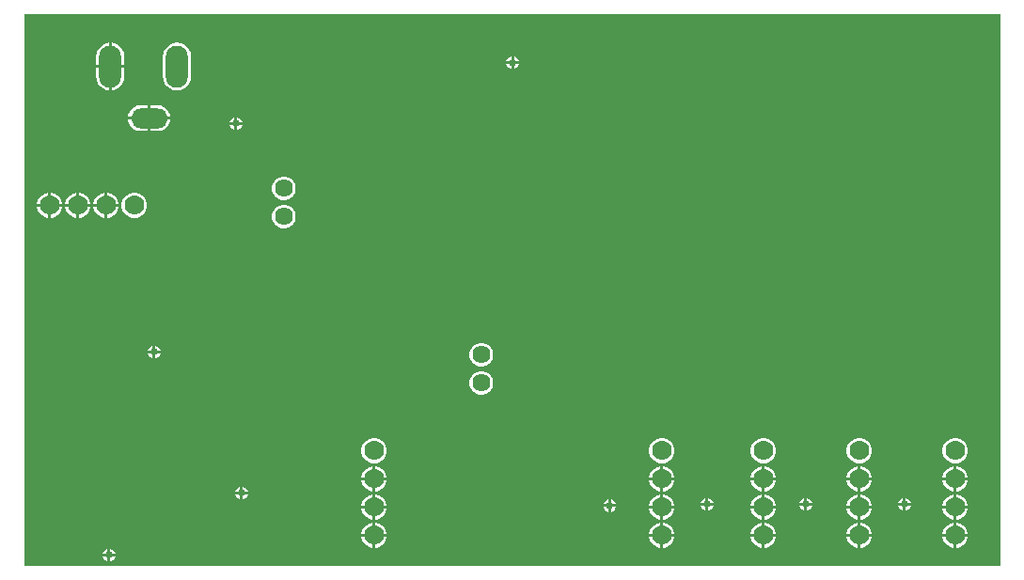
<source format=gbl>
G04*
G04 #@! TF.GenerationSoftware,Altium Limited,Altium Designer,24.1.2 (44)*
G04*
G04 Layer_Physical_Order=2*
G04 Layer_Color=16711680*
%FSLAX44Y44*%
%MOMM*%
G71*
G04*
G04 #@! TF.SameCoordinates,18497732-E450-413E-AE6D-1912215BE0D1*
G04*
G04*
G04 #@! TF.FilePolarity,Positive*
G04*
G01*
G75*
%ADD31O,3.3000X1.8000*%
%ADD32O,2.0000X3.8000*%
%ADD33C,1.6200*%
%ADD34C,1.7780*%
%ADD35C,0.6350*%
G36*
X883820Y5179D02*
X5179D01*
Y502821D01*
X883820D01*
Y5179D01*
D02*
G37*
%LPC*%
G36*
X446064Y464460D02*
Y460070D01*
X450454D01*
X449639Y462037D01*
X448031Y463645D01*
X446064Y464460D01*
D02*
G37*
G36*
X443524D02*
X441557Y463645D01*
X439949Y462037D01*
X439134Y460070D01*
X443524D01*
Y464460D01*
D02*
G37*
G36*
X83764Y476739D02*
Y456528D01*
X95142D01*
Y464258D01*
X94711Y467532D01*
X93448Y470582D01*
X91438Y473202D01*
X88818Y475212D01*
X85768Y476475D01*
X83764Y476739D01*
D02*
G37*
G36*
X81224D02*
X79220Y476475D01*
X76170Y475212D01*
X73550Y473202D01*
X71540Y470582D01*
X70277Y467532D01*
X69846Y464258D01*
Y456528D01*
X81224D01*
Y476739D01*
D02*
G37*
G36*
X450454Y457530D02*
X446064D01*
Y453140D01*
X448031Y453955D01*
X449639Y455563D01*
X450454Y457530D01*
D02*
G37*
G36*
X443524D02*
X439134D01*
X439949Y455563D01*
X441557Y453955D01*
X443524Y453140D01*
Y457530D01*
D02*
G37*
G36*
X95142Y453988D02*
X83764D01*
Y433777D01*
X85768Y434041D01*
X88818Y435304D01*
X91438Y437314D01*
X93448Y439934D01*
X94711Y442985D01*
X95142Y446258D01*
Y453988D01*
D02*
G37*
G36*
X81224D02*
X69846D01*
Y446258D01*
X70277Y442985D01*
X71540Y439934D01*
X73550Y437314D01*
X76170Y435304D01*
X79220Y434041D01*
X81224Y433777D01*
Y453988D01*
D02*
G37*
G36*
X142494Y476906D02*
X139220Y476475D01*
X136170Y475212D01*
X133550Y473202D01*
X131540Y470582D01*
X130277Y467532D01*
X129846Y464258D01*
Y446258D01*
X130277Y442985D01*
X131540Y439934D01*
X133550Y437314D01*
X136170Y435304D01*
X139220Y434041D01*
X142494Y433610D01*
X145768Y434041D01*
X148818Y435304D01*
X151438Y437314D01*
X153448Y439934D01*
X154711Y442985D01*
X155142Y446258D01*
Y464258D01*
X154711Y467532D01*
X153448Y470582D01*
X151438Y473202D01*
X148818Y475212D01*
X145768Y476475D01*
X142494Y476906D01*
D02*
G37*
G36*
X124994Y420398D02*
X118764D01*
Y410028D01*
X136466D01*
X136237Y411771D01*
X135074Y414578D01*
X133224Y416988D01*
X130814Y418838D01*
X128007Y420001D01*
X124994Y420398D01*
D02*
G37*
G36*
X116224D02*
X109994D01*
X106981Y420001D01*
X104174Y418838D01*
X101764Y416988D01*
X99914Y414578D01*
X98751Y411771D01*
X98522Y410028D01*
X116224D01*
Y420398D01*
D02*
G37*
G36*
X196850Y409520D02*
Y405130D01*
X201240D01*
X200425Y407097D01*
X198817Y408705D01*
X196850Y409520D01*
D02*
G37*
G36*
X194310D02*
X192343Y408705D01*
X190735Y407097D01*
X189920Y405130D01*
X194310D01*
Y409520D01*
D02*
G37*
G36*
X201240Y402590D02*
X196850D01*
Y398200D01*
X198817Y399015D01*
X200425Y400623D01*
X201240Y402590D01*
D02*
G37*
G36*
X194310D02*
X189920D01*
X190735Y400623D01*
X192343Y399015D01*
X194310Y398200D01*
Y402590D01*
D02*
G37*
G36*
X136466Y407488D02*
X118764D01*
Y397119D01*
X124994D01*
X128007Y397515D01*
X130814Y398678D01*
X133224Y400528D01*
X135074Y402938D01*
X136237Y405746D01*
X136466Y407488D01*
D02*
G37*
G36*
X116224D02*
X98522D01*
X98751Y405746D01*
X99914Y402938D01*
X101764Y400528D01*
X104174Y398678D01*
X106981Y397515D01*
X109994Y397119D01*
X116224D01*
Y407488D01*
D02*
G37*
G36*
X240161Y356080D02*
X237359D01*
X234653Y355355D01*
X232227Y353954D01*
X230246Y351973D01*
X228845Y349547D01*
X228120Y346841D01*
Y344039D01*
X228845Y341333D01*
X230246Y338907D01*
X232227Y336926D01*
X234653Y335525D01*
X237359Y334800D01*
X240161D01*
X242867Y335525D01*
X245293Y336926D01*
X247274Y338907D01*
X248675Y341333D01*
X249400Y344039D01*
Y346841D01*
X248675Y349547D01*
X247274Y351973D01*
X245293Y353954D01*
X242867Y355355D01*
X240161Y356080D01*
D02*
G37*
G36*
X29445Y341630D02*
X29210D01*
Y331470D01*
X39370D01*
Y331705D01*
X38591Y334612D01*
X37086Y337218D01*
X34958Y339346D01*
X32352Y340851D01*
X29445Y341630D01*
D02*
G37*
G36*
X54845D02*
X54610D01*
Y331470D01*
X64770D01*
Y331705D01*
X63991Y334612D01*
X62486Y337218D01*
X60358Y339346D01*
X57752Y340851D01*
X54845Y341630D01*
D02*
G37*
G36*
X80245D02*
X80010D01*
Y331470D01*
X90170D01*
Y331705D01*
X89391Y334612D01*
X87886Y337218D01*
X85758Y339346D01*
X83152Y340851D01*
X80245Y341630D01*
D02*
G37*
G36*
X26670D02*
X26435D01*
X23528Y340851D01*
X20922Y339346D01*
X18794Y337218D01*
X17289Y334612D01*
X16510Y331705D01*
Y331470D01*
X26670D01*
Y341630D01*
D02*
G37*
G36*
X52070D02*
X51835D01*
X48928Y340851D01*
X46322Y339346D01*
X44194Y337218D01*
X42689Y334612D01*
X41910Y331705D01*
Y331470D01*
X52070D01*
Y341630D01*
D02*
G37*
G36*
X77470D02*
X77235D01*
X74328Y340851D01*
X71722Y339346D01*
X69594Y337218D01*
X68089Y334612D01*
X67310Y331705D01*
Y331470D01*
X77470D01*
Y341630D01*
D02*
G37*
G36*
X105645D02*
X102635D01*
X99728Y340851D01*
X97122Y339346D01*
X94994Y337218D01*
X93489Y334612D01*
X92710Y331705D01*
Y328695D01*
X93489Y325788D01*
X94994Y323182D01*
X97122Y321054D01*
X99728Y319549D01*
X102635Y318770D01*
X105645D01*
X108552Y319549D01*
X111158Y321054D01*
X113286Y323182D01*
X114791Y325788D01*
X115570Y328695D01*
Y331705D01*
X114791Y334612D01*
X113286Y337218D01*
X111158Y339346D01*
X108552Y340851D01*
X105645Y341630D01*
D02*
G37*
G36*
X90170Y328930D02*
X80010D01*
Y318770D01*
X80245D01*
X83152Y319549D01*
X85758Y321054D01*
X87886Y323182D01*
X89391Y325788D01*
X90170Y328695D01*
Y328930D01*
D02*
G37*
G36*
X77470D02*
X67310D01*
Y328695D01*
X68089Y325788D01*
X69594Y323182D01*
X71722Y321054D01*
X74328Y319549D01*
X77235Y318770D01*
X77470D01*
Y328930D01*
D02*
G37*
G36*
X64770D02*
X54610D01*
Y318770D01*
X54845D01*
X57752Y319549D01*
X60358Y321054D01*
X62486Y323182D01*
X63991Y325788D01*
X64770Y328695D01*
Y328930D01*
D02*
G37*
G36*
X52070D02*
X41910D01*
Y328695D01*
X42689Y325788D01*
X44194Y323182D01*
X46322Y321054D01*
X48928Y319549D01*
X51835Y318770D01*
X52070D01*
Y328930D01*
D02*
G37*
G36*
X39370D02*
X29210D01*
Y318770D01*
X29445D01*
X32352Y319549D01*
X34958Y321054D01*
X37086Y323182D01*
X38591Y325788D01*
X39370Y328695D01*
Y328930D01*
D02*
G37*
G36*
X26670D02*
X16510D01*
Y328695D01*
X17289Y325788D01*
X18794Y323182D01*
X20922Y321054D01*
X23528Y319549D01*
X26435Y318770D01*
X26670D01*
Y328930D01*
D02*
G37*
G36*
X240161Y330680D02*
X237359D01*
X234653Y329955D01*
X232227Y328554D01*
X230246Y326573D01*
X228845Y324147D01*
X228120Y321441D01*
Y318639D01*
X228845Y315933D01*
X230246Y313507D01*
X232227Y311526D01*
X234653Y310125D01*
X237359Y309400D01*
X240161D01*
X242867Y310125D01*
X245293Y311526D01*
X247274Y313507D01*
X248675Y315933D01*
X249400Y318639D01*
Y321441D01*
X248675Y324147D01*
X247274Y326573D01*
X245293Y328554D01*
X242867Y329955D01*
X240161Y330680D01*
D02*
G37*
G36*
X123190Y203780D02*
Y199390D01*
X127580D01*
X126765Y201357D01*
X125157Y202965D01*
X123190Y203780D01*
D02*
G37*
G36*
X120650D02*
X118683Y202965D01*
X117075Y201357D01*
X116260Y199390D01*
X120650D01*
Y203780D01*
D02*
G37*
G36*
X127580Y196850D02*
X123190D01*
Y192460D01*
X125157Y193275D01*
X126765Y194883D01*
X127580Y196850D01*
D02*
G37*
G36*
X120650D02*
X116260D01*
X117075Y194883D01*
X118683Y193275D01*
X120650Y192460D01*
Y196850D01*
D02*
G37*
G36*
X417961Y206220D02*
X415159D01*
X412453Y205495D01*
X410027Y204094D01*
X408046Y202113D01*
X406645Y199687D01*
X405920Y196981D01*
Y194179D01*
X406645Y191473D01*
X408046Y189047D01*
X410027Y187066D01*
X412453Y185665D01*
X415159Y184940D01*
X417961D01*
X420667Y185665D01*
X423093Y187066D01*
X425074Y189047D01*
X426475Y191473D01*
X427200Y194179D01*
Y196981D01*
X426475Y199687D01*
X425074Y202113D01*
X423093Y204094D01*
X420667Y205495D01*
X417961Y206220D01*
D02*
G37*
G36*
Y180820D02*
X415159D01*
X412453Y180095D01*
X410027Y178694D01*
X408046Y176713D01*
X406645Y174287D01*
X405920Y171581D01*
Y168779D01*
X406645Y166073D01*
X408046Y163647D01*
X410027Y161666D01*
X412453Y160265D01*
X415159Y159540D01*
X417961D01*
X420667Y160265D01*
X423093Y161666D01*
X425074Y163647D01*
X426475Y166073D01*
X427200Y168779D01*
Y171581D01*
X426475Y174287D01*
X425074Y176713D01*
X423093Y178694D01*
X420667Y180095D01*
X417961Y180820D01*
D02*
G37*
G36*
X844785Y120650D02*
X841775D01*
X838868Y119871D01*
X836262Y118366D01*
X834134Y116238D01*
X832629Y113632D01*
X831850Y110725D01*
Y107715D01*
X832629Y104808D01*
X834134Y102202D01*
X836262Y100074D01*
X838868Y98569D01*
X841775Y97790D01*
X844785D01*
X847692Y98569D01*
X850298Y100074D01*
X852426Y102202D01*
X853931Y104808D01*
X854710Y107715D01*
Y110725D01*
X853931Y113632D01*
X852426Y116238D01*
X850298Y118366D01*
X847692Y119871D01*
X844785Y120650D01*
D02*
G37*
G36*
X758425D02*
X755415D01*
X752508Y119871D01*
X749902Y118366D01*
X747774Y116238D01*
X746269Y113632D01*
X745490Y110725D01*
Y107715D01*
X746269Y104808D01*
X747774Y102202D01*
X749902Y100074D01*
X752508Y98569D01*
X755415Y97790D01*
X758425D01*
X761332Y98569D01*
X763938Y100074D01*
X766066Y102202D01*
X767571Y104808D01*
X768350Y107715D01*
Y110725D01*
X767571Y113632D01*
X766066Y116238D01*
X763938Y118366D01*
X761332Y119871D01*
X758425Y120650D01*
D02*
G37*
G36*
X672065D02*
X669055D01*
X666148Y119871D01*
X663542Y118366D01*
X661414Y116238D01*
X659909Y113632D01*
X659130Y110725D01*
Y107715D01*
X659909Y104808D01*
X661414Y102202D01*
X663542Y100074D01*
X666148Y98569D01*
X669055Y97790D01*
X672065D01*
X674972Y98569D01*
X677578Y100074D01*
X679706Y102202D01*
X681211Y104808D01*
X681990Y107715D01*
Y110725D01*
X681211Y113632D01*
X679706Y116238D01*
X677578Y118366D01*
X674972Y119871D01*
X672065Y120650D01*
D02*
G37*
G36*
X580625D02*
X577615D01*
X574708Y119871D01*
X572102Y118366D01*
X569974Y116238D01*
X568469Y113632D01*
X567690Y110725D01*
Y107715D01*
X568469Y104808D01*
X569974Y102202D01*
X572102Y100074D01*
X574708Y98569D01*
X577615Y97790D01*
X580625D01*
X583532Y98569D01*
X586138Y100074D01*
X588266Y102202D01*
X589771Y104808D01*
X590550Y107715D01*
Y110725D01*
X589771Y113632D01*
X588266Y116238D01*
X586138Y118366D01*
X583532Y119871D01*
X580625Y120650D01*
D02*
G37*
G36*
X321545D02*
X318535D01*
X315628Y119871D01*
X313022Y118366D01*
X310894Y116238D01*
X309389Y113632D01*
X308610Y110725D01*
Y107715D01*
X309389Y104808D01*
X310894Y102202D01*
X313022Y100074D01*
X315628Y98569D01*
X318535Y97790D01*
X321545D01*
X324452Y98569D01*
X327058Y100074D01*
X329186Y102202D01*
X330691Y104808D01*
X331470Y107715D01*
Y110725D01*
X330691Y113632D01*
X329186Y116238D01*
X327058Y118366D01*
X324452Y119871D01*
X321545Y120650D01*
D02*
G37*
G36*
X844785Y95250D02*
X844550D01*
Y85090D01*
X854710D01*
Y85325D01*
X853931Y88232D01*
X852426Y90838D01*
X850298Y92966D01*
X847692Y94471D01*
X844785Y95250D01*
D02*
G37*
G36*
X758425D02*
X758190D01*
Y85090D01*
X768350D01*
Y85325D01*
X767571Y88232D01*
X766066Y90838D01*
X763938Y92966D01*
X761332Y94471D01*
X758425Y95250D01*
D02*
G37*
G36*
X672065D02*
X671830D01*
Y85090D01*
X681990D01*
Y85325D01*
X681211Y88232D01*
X679706Y90838D01*
X677578Y92966D01*
X674972Y94471D01*
X672065Y95250D01*
D02*
G37*
G36*
X580625D02*
X580390D01*
Y85090D01*
X590550D01*
Y85325D01*
X589771Y88232D01*
X588266Y90838D01*
X586138Y92966D01*
X583532Y94471D01*
X580625Y95250D01*
D02*
G37*
G36*
X321545D02*
X321310D01*
Y85090D01*
X331470D01*
Y85325D01*
X330691Y88232D01*
X329186Y90838D01*
X327058Y92966D01*
X324452Y94471D01*
X321545Y95250D01*
D02*
G37*
G36*
X842010D02*
X841775D01*
X838868Y94471D01*
X836262Y92966D01*
X834134Y90838D01*
X832629Y88232D01*
X831850Y85325D01*
Y85090D01*
X842010D01*
Y95250D01*
D02*
G37*
G36*
X577850D02*
X577615D01*
X574708Y94471D01*
X572102Y92966D01*
X569974Y90838D01*
X568469Y88232D01*
X567690Y85325D01*
Y85090D01*
X577850D01*
Y95250D01*
D02*
G37*
G36*
X318770D02*
X318535D01*
X315628Y94471D01*
X313022Y92966D01*
X310894Y90838D01*
X309389Y88232D01*
X308610Y85325D01*
Y85090D01*
X318770D01*
Y95250D01*
D02*
G37*
G36*
X755650D02*
X755415D01*
X752508Y94471D01*
X749902Y92966D01*
X747774Y90838D01*
X746269Y88232D01*
X745490Y85325D01*
Y85090D01*
X755650D01*
Y95250D01*
D02*
G37*
G36*
X669290D02*
X669055D01*
X666148Y94471D01*
X663542Y92966D01*
X661414Y90838D01*
X659909Y88232D01*
X659130Y85325D01*
Y85090D01*
X669290D01*
Y95250D01*
D02*
G37*
G36*
X854710Y82550D02*
X844550D01*
Y72390D01*
X844785D01*
X847692Y73169D01*
X850298Y74674D01*
X852426Y76802D01*
X853931Y79408D01*
X854710Y82315D01*
Y82550D01*
D02*
G37*
G36*
X842010D02*
X831850D01*
Y82315D01*
X832629Y79408D01*
X834134Y76802D01*
X836262Y74674D01*
X838868Y73169D01*
X841775Y72390D01*
X842010D01*
Y82550D01*
D02*
G37*
G36*
X768350D02*
X758190D01*
Y72390D01*
X758425D01*
X761332Y73169D01*
X763938Y74674D01*
X766066Y76802D01*
X767571Y79408D01*
X768350Y82315D01*
Y82550D01*
D02*
G37*
G36*
X755650D02*
X745490D01*
Y82315D01*
X746269Y79408D01*
X747774Y76802D01*
X749902Y74674D01*
X752508Y73169D01*
X755415Y72390D01*
X755650D01*
Y82550D01*
D02*
G37*
G36*
X681990D02*
X671830D01*
Y72390D01*
X672065D01*
X674972Y73169D01*
X677578Y74674D01*
X679706Y76802D01*
X681211Y79408D01*
X681990Y82315D01*
Y82550D01*
D02*
G37*
G36*
X669290D02*
X659130D01*
Y82315D01*
X659909Y79408D01*
X661414Y76802D01*
X663542Y74674D01*
X666148Y73169D01*
X669055Y72390D01*
X669290D01*
Y82550D01*
D02*
G37*
G36*
X590550D02*
X580390D01*
Y72390D01*
X580625D01*
X583532Y73169D01*
X586138Y74674D01*
X588266Y76802D01*
X589771Y79408D01*
X590550Y82315D01*
Y82550D01*
D02*
G37*
G36*
X577850D02*
X567690D01*
Y82315D01*
X568469Y79408D01*
X569974Y76802D01*
X572102Y74674D01*
X574708Y73169D01*
X577615Y72390D01*
X577850D01*
Y82550D01*
D02*
G37*
G36*
X331470D02*
X321310D01*
Y72390D01*
X321545D01*
X324452Y73169D01*
X327058Y74674D01*
X329186Y76802D01*
X330691Y79408D01*
X331470Y82315D01*
Y82550D01*
D02*
G37*
G36*
X318770D02*
X308610D01*
Y82315D01*
X309389Y79408D01*
X310894Y76802D01*
X313022Y74674D01*
X315628Y73169D01*
X318535Y72390D01*
X318770D01*
Y82550D01*
D02*
G37*
G36*
X201930Y76780D02*
Y72390D01*
X206320D01*
X205505Y74357D01*
X203897Y75965D01*
X201930Y76780D01*
D02*
G37*
G36*
X199390D02*
X197423Y75965D01*
X195815Y74357D01*
X195000Y72390D01*
X199390D01*
Y76780D01*
D02*
G37*
G36*
X206320Y69850D02*
X201930D01*
Y65460D01*
X203897Y66275D01*
X205505Y67883D01*
X206320Y69850D01*
D02*
G37*
G36*
X199390D02*
X195000D01*
X195815Y67883D01*
X197423Y66275D01*
X199390Y65460D01*
Y69850D01*
D02*
G37*
G36*
X798830Y66620D02*
Y62230D01*
X803220D01*
X802405Y64197D01*
X800797Y65805D01*
X798830Y66620D01*
D02*
G37*
G36*
X796290D02*
X794323Y65805D01*
X792715Y64197D01*
X791900Y62230D01*
X796290D01*
Y66620D01*
D02*
G37*
G36*
X709930D02*
Y62230D01*
X714320D01*
X713505Y64197D01*
X711897Y65805D01*
X709930Y66620D01*
D02*
G37*
G36*
X707390D02*
X705423Y65805D01*
X703815Y64197D01*
X703000Y62230D01*
X707390D01*
Y66620D01*
D02*
G37*
G36*
X621030D02*
Y62230D01*
X625420D01*
X624605Y64197D01*
X622997Y65805D01*
X621030Y66620D01*
D02*
G37*
G36*
X618490D02*
X616523Y65805D01*
X614915Y64197D01*
X614100Y62230D01*
X618490D01*
Y66620D01*
D02*
G37*
G36*
X533400Y65350D02*
Y60960D01*
X537790D01*
X536975Y62927D01*
X535367Y64535D01*
X533400Y65350D01*
D02*
G37*
G36*
X530860D02*
X528893Y64535D01*
X527285Y62927D01*
X526470Y60960D01*
X530860D01*
Y65350D01*
D02*
G37*
G36*
X844785Y69850D02*
X844550D01*
Y59690D01*
X854710D01*
Y59925D01*
X853931Y62832D01*
X852426Y65438D01*
X850298Y67566D01*
X847692Y69071D01*
X844785Y69850D01*
D02*
G37*
G36*
X758425D02*
X758190D01*
Y59690D01*
X768350D01*
Y59925D01*
X767571Y62832D01*
X766066Y65438D01*
X763938Y67566D01*
X761332Y69071D01*
X758425Y69850D01*
D02*
G37*
G36*
X672065D02*
X671830D01*
Y59690D01*
X681990D01*
Y59925D01*
X681211Y62832D01*
X679706Y65438D01*
X677578Y67566D01*
X674972Y69071D01*
X672065Y69850D01*
D02*
G37*
G36*
X580625D02*
X580390D01*
Y59690D01*
X590550D01*
Y59925D01*
X589771Y62832D01*
X588266Y65438D01*
X586138Y67566D01*
X583532Y69071D01*
X580625Y69850D01*
D02*
G37*
G36*
X321545D02*
X321310D01*
Y59690D01*
X331470D01*
Y59925D01*
X330691Y62832D01*
X329186Y65438D01*
X327058Y67566D01*
X324452Y69071D01*
X321545Y69850D01*
D02*
G37*
G36*
X842010D02*
X841775D01*
X838868Y69071D01*
X836262Y67566D01*
X834134Y65438D01*
X832629Y62832D01*
X831850Y59925D01*
Y59690D01*
X842010D01*
Y69850D01*
D02*
G37*
G36*
X755650D02*
X755415D01*
X752508Y69071D01*
X749902Y67566D01*
X747774Y65438D01*
X746269Y62832D01*
X745490Y59925D01*
Y59690D01*
X755650D01*
Y69850D01*
D02*
G37*
G36*
X669290D02*
X669055D01*
X666148Y69071D01*
X663542Y67566D01*
X661414Y65438D01*
X659909Y62832D01*
X659130Y59925D01*
Y59690D01*
X669290D01*
Y69850D01*
D02*
G37*
G36*
X577850D02*
X577615D01*
X574708Y69071D01*
X572102Y67566D01*
X569974Y65438D01*
X568469Y62832D01*
X567690Y59925D01*
Y59690D01*
X577850D01*
Y69850D01*
D02*
G37*
G36*
X318770D02*
X318535D01*
X315628Y69071D01*
X313022Y67566D01*
X310894Y65438D01*
X309389Y62832D01*
X308610Y59925D01*
Y59690D01*
X318770D01*
Y69850D01*
D02*
G37*
G36*
X803220Y59690D02*
X798830D01*
Y55300D01*
X800797Y56115D01*
X802405Y57723D01*
X803220Y59690D01*
D02*
G37*
G36*
X796290D02*
X791900D01*
X792715Y57723D01*
X794323Y56115D01*
X796290Y55300D01*
Y59690D01*
D02*
G37*
G36*
X714320D02*
X709930D01*
Y55300D01*
X711897Y56115D01*
X713505Y57723D01*
X714320Y59690D01*
D02*
G37*
G36*
X707390D02*
X703000D01*
X703815Y57723D01*
X705423Y56115D01*
X707390Y55300D01*
Y59690D01*
D02*
G37*
G36*
X625420D02*
X621030D01*
Y55300D01*
X622997Y56115D01*
X624605Y57723D01*
X625420Y59690D01*
D02*
G37*
G36*
X618490D02*
X614100D01*
X614915Y57723D01*
X616523Y56115D01*
X618490Y55300D01*
Y59690D01*
D02*
G37*
G36*
X537790Y58420D02*
X533400D01*
Y54030D01*
X535367Y54845D01*
X536975Y56453D01*
X537790Y58420D01*
D02*
G37*
G36*
X530860D02*
X526470D01*
X527285Y56453D01*
X528893Y54845D01*
X530860Y54030D01*
Y58420D01*
D02*
G37*
G36*
X854710Y57150D02*
X844550D01*
Y46990D01*
X844785D01*
X847692Y47769D01*
X850298Y49274D01*
X852426Y51402D01*
X853931Y54008D01*
X854710Y56915D01*
Y57150D01*
D02*
G37*
G36*
X842010D02*
X831850D01*
Y56915D01*
X832629Y54008D01*
X834134Y51402D01*
X836262Y49274D01*
X838868Y47769D01*
X841775Y46990D01*
X842010D01*
Y57150D01*
D02*
G37*
G36*
X768350D02*
X758190D01*
Y46990D01*
X758425D01*
X761332Y47769D01*
X763938Y49274D01*
X766066Y51402D01*
X767571Y54008D01*
X768350Y56915D01*
Y57150D01*
D02*
G37*
G36*
X755650D02*
X745490D01*
Y56915D01*
X746269Y54008D01*
X747774Y51402D01*
X749902Y49274D01*
X752508Y47769D01*
X755415Y46990D01*
X755650D01*
Y57150D01*
D02*
G37*
G36*
X681990D02*
X671830D01*
Y46990D01*
X672065D01*
X674972Y47769D01*
X677578Y49274D01*
X679706Y51402D01*
X681211Y54008D01*
X681990Y56915D01*
Y57150D01*
D02*
G37*
G36*
X669290D02*
X659130D01*
Y56915D01*
X659909Y54008D01*
X661414Y51402D01*
X663542Y49274D01*
X666148Y47769D01*
X669055Y46990D01*
X669290D01*
Y57150D01*
D02*
G37*
G36*
X590550D02*
X580390D01*
Y46990D01*
X580625D01*
X583532Y47769D01*
X586138Y49274D01*
X588266Y51402D01*
X589771Y54008D01*
X590550Y56915D01*
Y57150D01*
D02*
G37*
G36*
X577850D02*
X567690D01*
Y56915D01*
X568469Y54008D01*
X569974Y51402D01*
X572102Y49274D01*
X574708Y47769D01*
X577615Y46990D01*
X577850D01*
Y57150D01*
D02*
G37*
G36*
X331470D02*
X321310D01*
Y46990D01*
X321545D01*
X324452Y47769D01*
X327058Y49274D01*
X329186Y51402D01*
X330691Y54008D01*
X331470Y56915D01*
Y57150D01*
D02*
G37*
G36*
X318770D02*
X308610D01*
Y56915D01*
X309389Y54008D01*
X310894Y51402D01*
X313022Y49274D01*
X315628Y47769D01*
X318535Y46990D01*
X318770D01*
Y57150D01*
D02*
G37*
G36*
X844785Y44450D02*
X844550D01*
Y34290D01*
X854710D01*
Y34525D01*
X853931Y37432D01*
X852426Y40038D01*
X850298Y42166D01*
X847692Y43671D01*
X844785Y44450D01*
D02*
G37*
G36*
X758425D02*
X758190D01*
Y34290D01*
X768350D01*
Y34525D01*
X767571Y37432D01*
X766066Y40038D01*
X763938Y42166D01*
X761332Y43671D01*
X758425Y44450D01*
D02*
G37*
G36*
X672065D02*
X671830D01*
Y34290D01*
X681990D01*
Y34525D01*
X681211Y37432D01*
X679706Y40038D01*
X677578Y42166D01*
X674972Y43671D01*
X672065Y44450D01*
D02*
G37*
G36*
X580625D02*
X580390D01*
Y34290D01*
X590550D01*
Y34525D01*
X589771Y37432D01*
X588266Y40038D01*
X586138Y42166D01*
X583532Y43671D01*
X580625Y44450D01*
D02*
G37*
G36*
X321545D02*
X321310D01*
Y34290D01*
X331470D01*
Y34525D01*
X330691Y37432D01*
X329186Y40038D01*
X327058Y42166D01*
X324452Y43671D01*
X321545Y44450D01*
D02*
G37*
G36*
X842010D02*
X841775D01*
X838868Y43671D01*
X836262Y42166D01*
X834134Y40038D01*
X832629Y37432D01*
X831850Y34525D01*
Y34290D01*
X842010D01*
Y44450D01*
D02*
G37*
G36*
X755650D02*
X755415D01*
X752508Y43671D01*
X749902Y42166D01*
X747774Y40038D01*
X746269Y37432D01*
X745490Y34525D01*
Y34290D01*
X755650D01*
Y44450D01*
D02*
G37*
G36*
X669290D02*
X669055D01*
X666148Y43671D01*
X663542Y42166D01*
X661414Y40038D01*
X659909Y37432D01*
X659130Y34525D01*
Y34290D01*
X669290D01*
Y44450D01*
D02*
G37*
G36*
X577850D02*
X577615D01*
X574708Y43671D01*
X572102Y42166D01*
X569974Y40038D01*
X568469Y37432D01*
X567690Y34525D01*
Y34290D01*
X577850D01*
Y44450D01*
D02*
G37*
G36*
X318770D02*
X318535D01*
X315628Y43671D01*
X313022Y42166D01*
X310894Y40038D01*
X309389Y37432D01*
X308610Y34525D01*
Y34290D01*
X318770D01*
Y44450D01*
D02*
G37*
G36*
X854710Y31750D02*
X844550D01*
Y21590D01*
X844785D01*
X847692Y22369D01*
X850298Y23874D01*
X852426Y26002D01*
X853931Y28608D01*
X854710Y31515D01*
Y31750D01*
D02*
G37*
G36*
X842010D02*
X831850D01*
Y31515D01*
X832629Y28608D01*
X834134Y26002D01*
X836262Y23874D01*
X838868Y22369D01*
X841775Y21590D01*
X842010D01*
Y31750D01*
D02*
G37*
G36*
X768350D02*
X758190D01*
Y21590D01*
X758425D01*
X761332Y22369D01*
X763938Y23874D01*
X766066Y26002D01*
X767571Y28608D01*
X768350Y31515D01*
Y31750D01*
D02*
G37*
G36*
X755650D02*
X745490D01*
Y31515D01*
X746269Y28608D01*
X747774Y26002D01*
X749902Y23874D01*
X752508Y22369D01*
X755415Y21590D01*
X755650D01*
Y31750D01*
D02*
G37*
G36*
X681990D02*
X671830D01*
Y21590D01*
X672065D01*
X674972Y22369D01*
X677578Y23874D01*
X679706Y26002D01*
X681211Y28608D01*
X681990Y31515D01*
Y31750D01*
D02*
G37*
G36*
X669290D02*
X659130D01*
Y31515D01*
X659909Y28608D01*
X661414Y26002D01*
X663542Y23874D01*
X666148Y22369D01*
X669055Y21590D01*
X669290D01*
Y31750D01*
D02*
G37*
G36*
X590550D02*
X580390D01*
Y21590D01*
X580625D01*
X583532Y22369D01*
X586138Y23874D01*
X588266Y26002D01*
X589771Y28608D01*
X590550Y31515D01*
Y31750D01*
D02*
G37*
G36*
X577850D02*
X567690D01*
Y31515D01*
X568469Y28608D01*
X569974Y26002D01*
X572102Y23874D01*
X574708Y22369D01*
X577615Y21590D01*
X577850D01*
Y31750D01*
D02*
G37*
G36*
X331470D02*
X321310D01*
Y21590D01*
X321545D01*
X324452Y22369D01*
X327058Y23874D01*
X329186Y26002D01*
X330691Y28608D01*
X331470Y31515D01*
Y31750D01*
D02*
G37*
G36*
X318770D02*
X308610D01*
Y31515D01*
X309389Y28608D01*
X310894Y26002D01*
X313022Y23874D01*
X315628Y22369D01*
X318535Y21590D01*
X318770D01*
Y31750D01*
D02*
G37*
G36*
X82550Y20900D02*
Y16510D01*
X86940D01*
X86125Y18477D01*
X84517Y20085D01*
X82550Y20900D01*
D02*
G37*
G36*
X80010D02*
X78043Y20085D01*
X76435Y18477D01*
X75620Y16510D01*
X80010D01*
Y20900D01*
D02*
G37*
G36*
X86940Y13970D02*
X82550D01*
Y9580D01*
X84517Y10395D01*
X86125Y12003D01*
X86940Y13970D01*
D02*
G37*
G36*
X80010D02*
X75620D01*
X76435Y12003D01*
X78043Y10395D01*
X80010Y9580D01*
Y13970D01*
D02*
G37*
%LPD*%
D31*
X117494Y408758D02*
D03*
D32*
X82494Y455258D02*
D03*
X142494D02*
D03*
D33*
X238760Y320040D02*
D03*
Y345440D02*
D03*
X416560Y170180D02*
D03*
Y195580D02*
D03*
D34*
X320040Y58420D02*
D03*
Y33020D02*
D03*
Y109220D02*
D03*
Y83820D02*
D03*
X53340Y330200D02*
D03*
X27940D02*
D03*
X104140D02*
D03*
X78740D02*
D03*
X579120Y58420D02*
D03*
Y33020D02*
D03*
Y109220D02*
D03*
Y83820D02*
D03*
X670560Y58420D02*
D03*
Y33020D02*
D03*
Y109220D02*
D03*
Y83820D02*
D03*
X756920Y58420D02*
D03*
Y33020D02*
D03*
Y109220D02*
D03*
Y83820D02*
D03*
X843280Y58420D02*
D03*
Y33020D02*
D03*
Y109220D02*
D03*
Y83820D02*
D03*
D35*
X195580Y403860D02*
D03*
X81280Y15240D02*
D03*
X121920Y198120D02*
D03*
X444794Y458800D02*
D03*
X200660Y71120D02*
D03*
X797560Y60960D02*
D03*
X708660D02*
D03*
X619760D02*
D03*
X532130Y59690D02*
D03*
M02*

</source>
